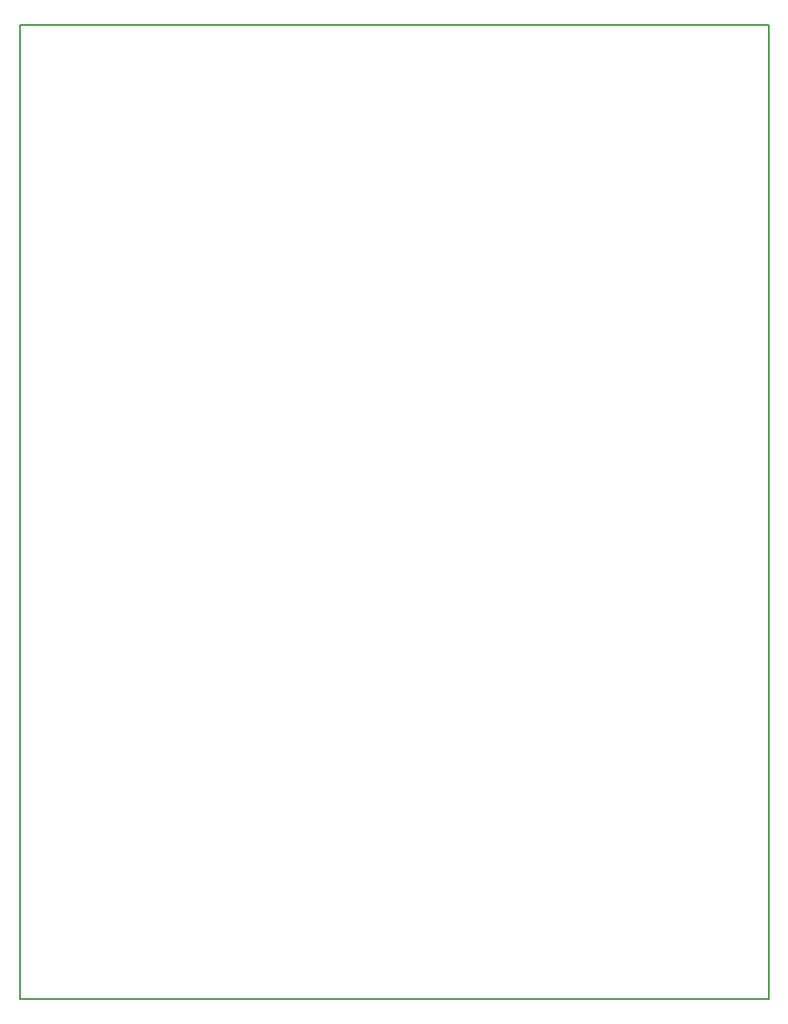
<source format=gko>
G04*
G04 #@! TF.GenerationSoftware,Altium Limited,Altium Designer,22.5.1 (42)*
G04*
G04 Layer_Color=16711935*
%FSLAX25Y25*%
%MOIN*%
G70*
G04*
G04 #@! TF.SameCoordinates,A209DC94-0A87-40FC-B198-68C7A1A1665B*
G04*
G04*
G04 #@! TF.FilePolarity,Positive*
G04*
G01*
G75*
%ADD11C,0.00787*%
D11*
X0Y389764D02*
X300000D01*
Y0D02*
Y389764D01*
X0Y0D02*
X300000D01*
X0D02*
Y389764D01*
M02*

</source>
